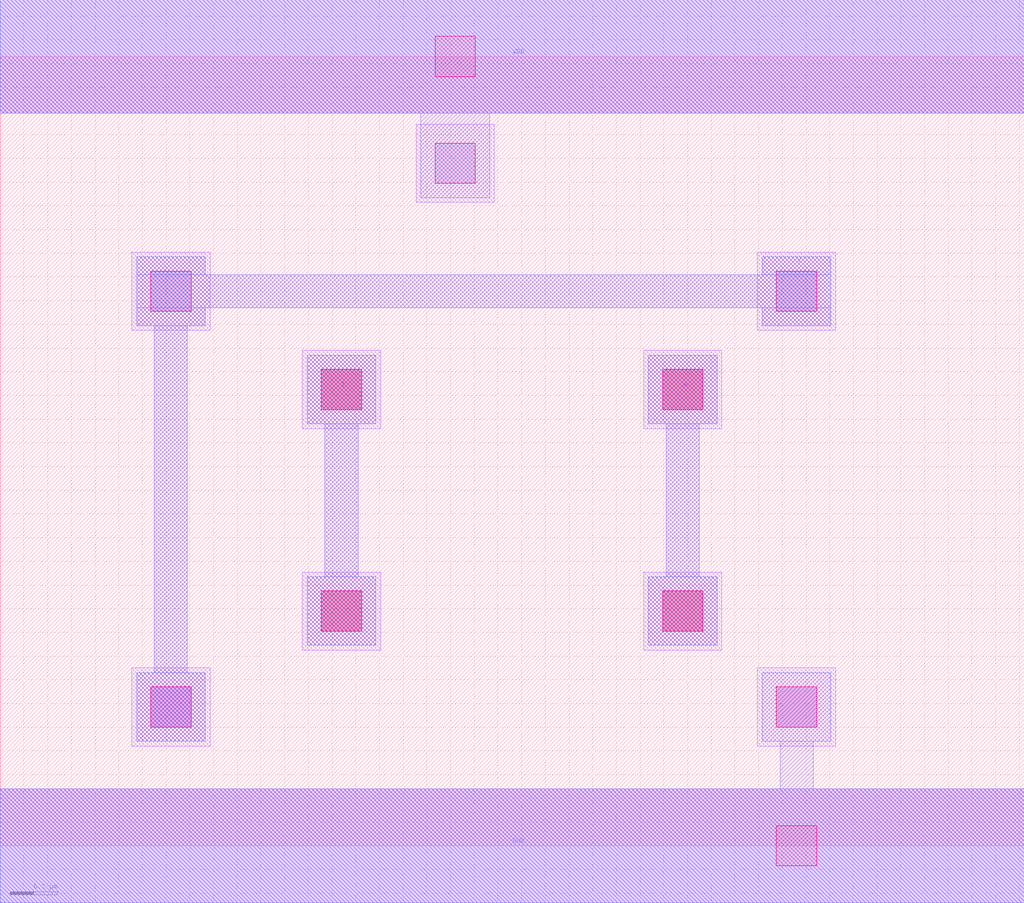
<source format=lef>
MACRO NAND2X1
 CLASS CORE ;
 FOREIGN NAND2X1 0 0 ;
 SIZE 4.32 BY 3.33 ;
 ORIGIN 0 0 ;
 SYMMETRY X Y R90 ;
 SITE unit ;
  PIN VDD
   DIRECTION INOUT ;
   USE POWER ;
   SHAPE ABUTMENT ;
    PORT
     CLASS CORE ;
       LAYER li1 ;
        RECT 0.00000000 3.09000000 4.32000000 3.57000000 ;
       LAYER met1 ;
        RECT 0.00000000 3.09000000 4.32000000 3.57000000 ;
    END
  END VDD

  PIN GND
   DIRECTION INOUT ;
   USE POWER ;
   SHAPE ABUTMENT ;
    PORT
     CLASS CORE ;
       LAYER li1 ;
        RECT 0.00000000 -0.24000000 4.32000000 0.24000000 ;
       LAYER met1 ;
        RECT 0.00000000 -0.24000000 4.32000000 0.24000000 ;
    END
  END GND

  PIN Y
   DIRECTION INOUT ;
   USE SIGNAL ;
   SHAPE ABUTMENT ;
    PORT
     CLASS CORE ;
       LAYER met1 ;
        RECT 0.57500000 0.44000000 0.86500000 0.73000000 ;
        RECT 0.65000000 0.73000000 0.79000000 2.19500000 ;
        RECT 0.57500000 2.19500000 0.86500000 2.27000000 ;
        RECT 3.21500000 2.19500000 3.50500000 2.27000000 ;
        RECT 0.57500000 2.27000000 3.50500000 2.41000000 ;
        RECT 0.57500000 2.41000000 0.86500000 2.48500000 ;
        RECT 3.21500000 2.41000000 3.50500000 2.48500000 ;
    END
  END Y

  PIN B
   DIRECTION INOUT ;
   USE SIGNAL ;
   SHAPE ABUTMENT ;
    PORT
     CLASS CORE ;
       LAYER met1 ;
        RECT 1.29500000 0.84500000 1.58500000 1.13500000 ;
        RECT 1.37000000 1.13500000 1.51000000 1.78000000 ;
        RECT 1.29500000 1.78000000 1.58500000 2.07000000 ;
    END
  END B

  PIN A
   DIRECTION INOUT ;
   USE SIGNAL ;
   SHAPE ABUTMENT ;
    PORT
     CLASS CORE ;
       LAYER met1 ;
        RECT 2.73500000 0.84500000 3.02500000 1.13500000 ;
        RECT 2.81000000 1.13500000 2.95000000 1.78000000 ;
        RECT 2.73500000 1.78000000 3.02500000 2.07000000 ;
    END
  END A

 OBS
    LAYER polycont ;
     RECT 1.35500000 0.90500000 1.52500000 1.07500000 ;
     RECT 2.79500000 0.90500000 2.96500000 1.07500000 ;
     RECT 1.35500000 1.84000000 1.52500000 2.01000000 ;
     RECT 2.79500000 1.84000000 2.96500000 2.01000000 ;

    LAYER pdiffc ;
     RECT 0.63500000 2.25500000 0.80500000 2.42500000 ;
     RECT 3.27500000 2.25500000 3.44500000 2.42500000 ;
     RECT 1.83500000 2.79500000 2.00500000 2.96500000 ;

    LAYER ndiffc ;
     RECT 0.63500000 0.50000000 0.80500000 0.67000000 ;
     RECT 3.27500000 0.50000000 3.44500000 0.67000000 ;

    LAYER li1 ;
     RECT 0.00000000 -0.24000000 4.32000000 0.24000000 ;
     RECT 0.55500000 0.42000000 0.88500000 0.75000000 ;
     RECT 3.19500000 0.42000000 3.52500000 0.75000000 ;
     RECT 1.27500000 0.82500000 1.60500000 1.15500000 ;
     RECT 2.71500000 0.82500000 3.04500000 1.15500000 ;
     RECT 1.27500000 1.76000000 1.60500000 2.09000000 ;
     RECT 2.71500000 1.76000000 3.04500000 2.09000000 ;
     RECT 0.55500000 2.17500000 0.88500000 2.50500000 ;
     RECT 3.19500000 2.17500000 3.52500000 2.50500000 ;
     RECT 1.75500000 2.71500000 2.08500000 3.04500000 ;
     RECT 0.00000000 3.09000000 4.32000000 3.57000000 ;

    LAYER viali ;
     RECT 3.27500000 -0.08500000 3.44500000 0.08500000 ;
     RECT 0.63500000 0.50000000 0.80500000 0.67000000 ;
     RECT 3.27500000 0.50000000 3.44500000 0.67000000 ;
     RECT 1.35500000 0.90500000 1.52500000 1.07500000 ;
     RECT 2.79500000 0.90500000 2.96500000 1.07500000 ;
     RECT 1.35500000 1.84000000 1.52500000 2.01000000 ;
     RECT 2.79500000 1.84000000 2.96500000 2.01000000 ;
     RECT 0.63500000 2.25500000 0.80500000 2.42500000 ;
     RECT 3.27500000 2.25500000 3.44500000 2.42500000 ;
     RECT 1.83500000 2.79500000 2.00500000 2.96500000 ;
     RECT 1.83500000 3.24500000 2.00500000 3.41500000 ;

    LAYER met1 ;
     RECT 0.00000000 -0.24000000 4.32000000 0.24000000 ;
     RECT 3.29000000 0.24000000 3.43000000 0.44000000 ;
     RECT 3.21500000 0.44000000 3.50500000 0.73000000 ;
     RECT 1.29500000 0.84500000 1.58500000 1.13500000 ;
     RECT 1.37000000 1.13500000 1.51000000 1.78000000 ;
     RECT 1.29500000 1.78000000 1.58500000 2.07000000 ;
     RECT 2.73500000 0.84500000 3.02500000 1.13500000 ;
     RECT 2.81000000 1.13500000 2.95000000 1.78000000 ;
     RECT 2.73500000 1.78000000 3.02500000 2.07000000 ;
     RECT 0.57500000 0.44000000 0.86500000 0.73000000 ;
     RECT 0.65000000 0.73000000 0.79000000 2.19500000 ;
     RECT 0.57500000 2.19500000 0.86500000 2.27000000 ;
     RECT 3.21500000 2.19500000 3.50500000 2.27000000 ;
     RECT 0.57500000 2.27000000 3.50500000 2.41000000 ;
     RECT 0.57500000 2.41000000 0.86500000 2.48500000 ;
     RECT 3.21500000 2.41000000 3.50500000 2.48500000 ;
     RECT 1.77500000 2.73500000 2.06500000 3.09000000 ;
     RECT 0.00000000 3.09000000 4.32000000 3.57000000 ;

 END
END NAND2X1

</source>
